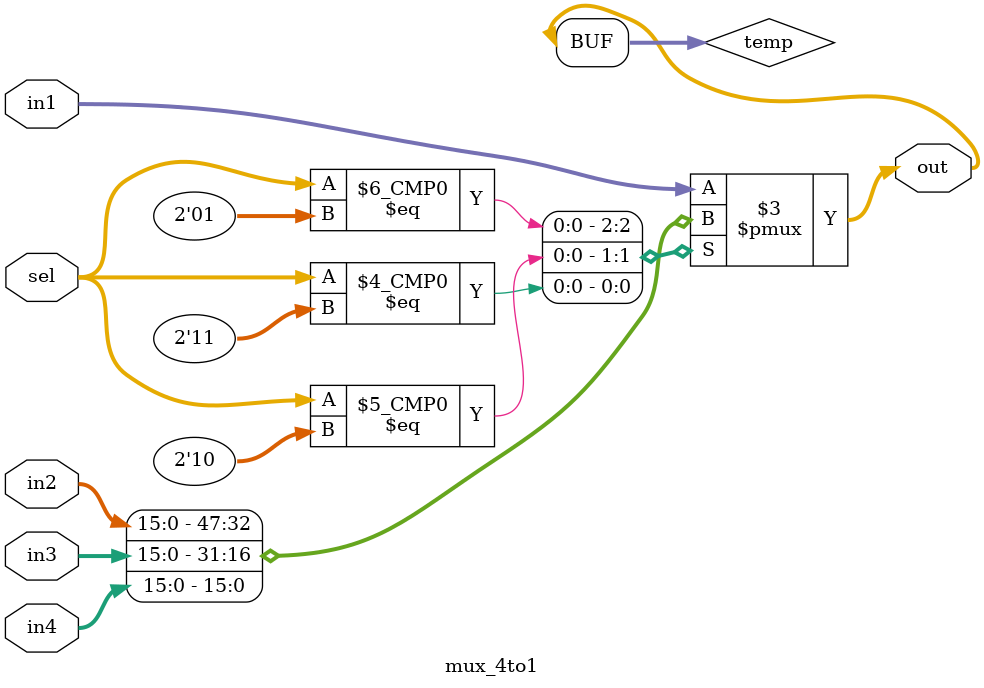
<source format=v>
module mux_4to1(in1,in2,in3,in4,sel,out);
input [15:0] in1,in2,in3,in4;
input [1:0] sel;
output [15:0] out;
reg [15:0]temp;
assign out=temp;
always@(in1,in2,in3,in4,sel)
begin
case(sel)

2'b01: temp=in2;
2'b10: temp=in3;
2'b11: temp=in4;
default: temp=in1;
endcase
end
endmodule

//TEST bENCH-working
//`timescale 1 ns/1 ps
//module tb_mux;
//reg [15:0] tb_in1,tb_in2,tb_in3,tb_in4;
//reg [1:0] tb_sel;
//wire [15:0] tb_out;
//mux_4to1 m4_1_0(tb_in1,tb_in2,tb_in3,tb_in4,tb_sel,tb_out);
//initial 
//begin
//tb_in1=16'b1010101010101111;
//tb_in2=16'b1111111100000000;
//tb_in3=16'b0000000000000001;
//tb_in4=16'b1010101011111111;
//#10;
//tb_sel=2'b01;
//#10;
//tb_sel=2'b10;
//#10;
//tb_sel=2'b11;
//#10;
//tb_sel=2'b00;
//
//end
//
//
//endmodule
</source>
